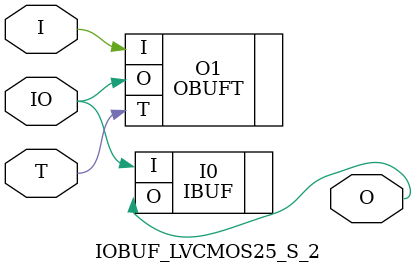
<source format=v>


`timescale  1 ps / 1 ps


module IOBUF_LVCMOS25_S_2 (O, IO, I, T);

    output O;

    inout  IO;

    input  I, T;

        OBUFT #(.IOSTANDARD("LVCMOS25"), .SLEW("SLOW"), .DRIVE(2)) O1 (.O(IO), .I(I), .T(T)); 
	IBUF #(.IOSTANDARD("LVCMOS25"))  I0 (.O(O), .I(IO));
        

endmodule



</source>
